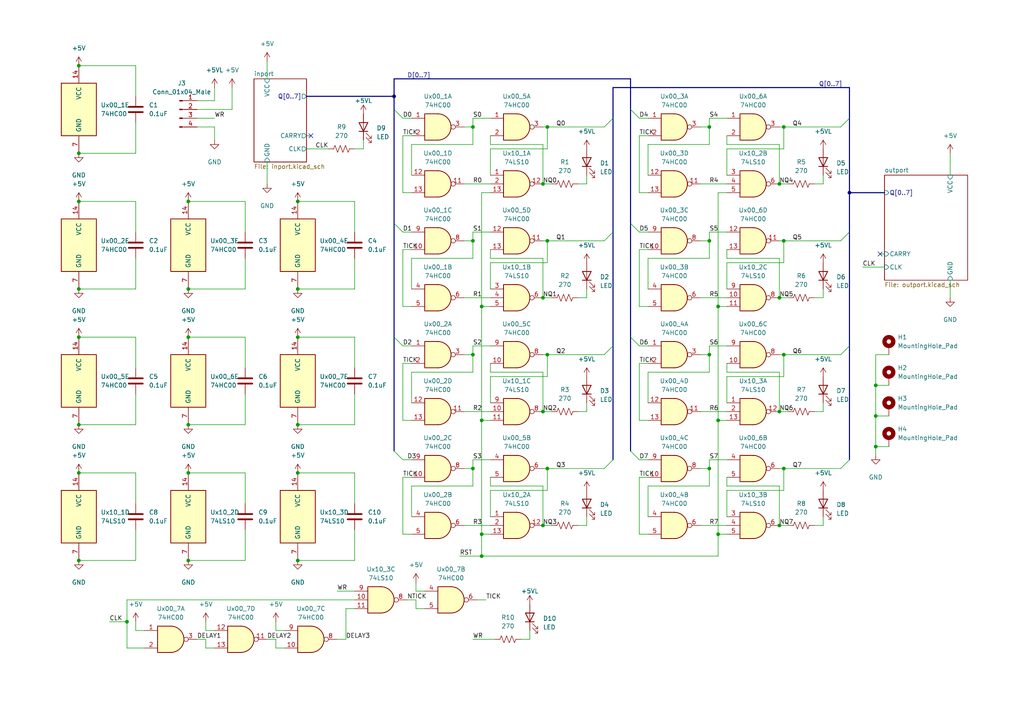
<source format=kicad_sch>
(kicad_sch (version 20230121) (generator eeschema)
  (paper "A4")
  (junction (at 227.33 69.85))
  (junction (at 208.28 154.94))
  (junction (at 137.16 69.85))
  (junction (at 208.28 88.9))
  (junction (at 137.16 102.87))
  (junction (at 205.74 69.85))
  (junction (at 205.74 135.89))
  (junction (at 54.61 97.79))
  (junction (at 86.36 58.42))
  (junction (at 226.06 53.34))
  (junction (at 54.61 137.16))
  (junction (at 158.75 135.89))
  (junction (at 227.33 135.89))
  (junction (at 139.7 161.29))
  (junction (at 86.36 97.79))
  (junction (at 158.75 102.87))
  (junction (at 226.06 86.36))
  (junction (at 54.61 83.82))
  (junction (at 22.86 19.05))
  (junction (at 205.74 36.83))
  (junction (at 157.48 53.34))
  (junction (at 139.7 154.94))
  (junction (at 22.86 83.82))
  (junction (at 114.3 27.94))
  (junction (at 86.36 123.19))
  (junction (at 254 120.65))
  (junction (at 22.86 44.45))
  (junction (at 137.16 36.83))
  (junction (at 226.06 152.4))
  (junction (at 86.36 162.56))
  (junction (at 86.36 137.16))
  (junction (at 139.7 88.9))
  (junction (at 227.33 36.83))
  (junction (at 54.61 162.56))
  (junction (at 246.38 55.88))
  (junction (at 157.48 152.4))
  (junction (at 157.48 119.38))
  (junction (at 22.86 97.79))
  (junction (at 22.86 137.16))
  (junction (at 254 111.76))
  (junction (at 157.48 86.36))
  (junction (at 158.75 69.85))
  (junction (at 86.36 83.82))
  (junction (at 158.75 36.83))
  (junction (at 54.61 123.19))
  (junction (at 54.61 58.42))
  (junction (at 254 129.54))
  (junction (at 22.86 123.19))
  (junction (at 36.83 180.34))
  (junction (at 227.33 102.87))
  (junction (at 139.7 121.92))
  (junction (at 226.06 119.38))
  (junction (at 22.86 58.42))
  (junction (at 208.28 121.92))
  (junction (at 205.74 102.87))
  (junction (at 137.16 135.89))
  (junction (at 22.86 162.56))
  (no_connect (at 255.27 73.66))
  (no_connect (at 90.17 39.37))
  (bus_entry (at 243.84 102.87) (size 2.54 -2.54))
  (bus_entry (at 243.84 135.89) (size 2.54 -2.54))
  (bus_entry (at 175.26 102.87) (size 2.54 -2.54))
  (bus_entry (at 175.26 36.83) (size 2.54 -2.54))
  (bus_entry (at 175.26 69.85) (size 2.54 -2.54))
  (bus_entry (at 116.84 34.29) (size -2.54 -2.54))
  (bus_entry (at 116.84 67.31) (size -2.54 -2.54))
  (bus_entry (at 116.84 133.35) (size -2.54 -2.54))
  (bus_entry (at 116.84 100.33) (size -2.54 -2.54))
  (bus_entry (at 175.26 135.89) (size 2.54 -2.54))
  (bus_entry (at 243.84 36.83) (size 2.54 -2.54))
  (bus_entry (at 185.42 133.35) (size -2.54 -2.54))
  (bus_entry (at 185.42 67.31) (size -2.54 -2.54))
  (bus_entry (at 185.42 34.29) (size -2.54 -2.54))
  (bus_entry (at 243.84 69.85) (size 2.54 -2.54))
  (bus_entry (at 185.42 100.33) (size -2.54 -2.54))
  (wire (pts (xy 238.76 53.34) (xy 236.22 53.34)))
  (wire (pts (xy 210.82 67.31) (xy 205.74 67.31)))
  (wire (pts (xy 62.23 25.4) (xy 62.23 29.21)))
  (wire (pts (xy 205.74 41.91) (xy 205.74 36.83)))
  (bus (pts (xy 246.38 55.88) (xy 256.54 55.88)))
  (wire (pts (xy 22.86 97.79) (xy 39.37 97.79)))
  (wire (pts (xy 142.24 107.95) (xy 157.48 107.95)))
  (wire (pts (xy 175.26 135.89) (xy 158.75 135.89)))
  (bus (pts (xy 246.38 34.29) (xy 246.38 55.88)))
  (wire (pts (xy 134.62 119.38) (xy 142.24 119.38)))
  (wire (pts (xy 116.84 138.43) (xy 119.38 138.43)))
  (wire (pts (xy 254 129.54) (xy 254 132.08)))
  (wire (pts (xy 80.01 182.88) (xy 80.01 180.34)))
  (wire (pts (xy 243.84 36.83) (xy 227.33 36.83)))
  (wire (pts (xy 210.82 83.82) (xy 210.82 76.2)))
  (wire (pts (xy 142.24 67.31) (xy 137.16 67.31)))
  (wire (pts (xy 142.24 133.35) (xy 137.16 133.35)))
  (wire (pts (xy 208.28 121.92) (xy 210.82 121.92)))
  (wire (pts (xy 102.87 58.42) (xy 102.87 67.31)))
  (wire (pts (xy 86.36 58.42) (xy 102.87 58.42)))
  (wire (pts (xy 187.96 116.84) (xy 187.96 107.95)))
  (wire (pts (xy 139.7 121.92) (xy 139.7 154.94)))
  (wire (pts (xy 137.16 41.91) (xy 137.16 36.83)))
  (wire (pts (xy 77.47 17.78) (xy 77.47 22.86)))
  (wire (pts (xy 39.37 123.19) (xy 39.37 114.3)))
  (wire (pts (xy 54.61 162.56) (xy 71.12 162.56)))
  (bus (pts (xy 182.88 31.75) (xy 182.88 64.77)))
  (wire (pts (xy 208.28 154.94) (xy 208.28 121.92)))
  (wire (pts (xy 158.75 36.83) (xy 158.75 43.18)))
  (wire (pts (xy 138.43 173.99) (xy 140.97 173.99)))
  (wire (pts (xy 170.18 83.82) (xy 170.18 86.36)))
  (wire (pts (xy 54.61 123.19) (xy 71.12 123.19)))
  (wire (pts (xy 102.87 83.82) (xy 102.87 74.93)))
  (wire (pts (xy 22.86 19.05) (xy 39.37 19.05)))
  (wire (pts (xy 238.76 149.86) (xy 238.76 152.4)))
  (wire (pts (xy 116.84 67.31) (xy 119.38 67.31)))
  (wire (pts (xy 187.96 149.86) (xy 187.96 140.97)))
  (wire (pts (xy 205.74 107.95) (xy 205.74 102.87)))
  (bus (pts (xy 177.8 34.29) (xy 177.8 25.4)))
  (bus (pts (xy 246.38 67.31) (xy 246.38 100.33)))
  (wire (pts (xy 227.33 135.89) (xy 226.06 135.89)))
  (bus (pts (xy 177.8 67.31) (xy 177.8 100.33)))
  (wire (pts (xy 157.48 152.4) (xy 160.02 152.4)))
  (wire (pts (xy 105.41 40.64) (xy 105.41 43.18)))
  (wire (pts (xy 71.12 83.82) (xy 71.12 74.93)))
  (wire (pts (xy 226.06 74.93) (xy 210.82 74.93)))
  (wire (pts (xy 157.48 140.97) (xy 142.24 140.97)))
  (wire (pts (xy 170.18 50.8) (xy 170.18 53.34)))
  (wire (pts (xy 210.82 149.86) (xy 210.82 142.24)))
  (wire (pts (xy 39.37 137.16) (xy 39.37 146.05)))
  (wire (pts (xy 210.82 41.91) (xy 210.82 39.37)))
  (wire (pts (xy 275.59 81.28) (xy 275.59 86.36)))
  (wire (pts (xy 158.75 135.89) (xy 158.75 142.24)))
  (wire (pts (xy 254 129.54) (xy 257.81 129.54)))
  (wire (pts (xy 158.75 135.89) (xy 157.48 135.89)))
  (wire (pts (xy 203.2 152.4) (xy 210.82 152.4)))
  (wire (pts (xy 205.74 67.31) (xy 205.74 69.85)))
  (wire (pts (xy 116.84 121.92) (xy 116.84 105.41)))
  (wire (pts (xy 116.84 55.88) (xy 116.84 39.37)))
  (wire (pts (xy 226.06 41.91) (xy 226.06 53.34)))
  (wire (pts (xy 134.62 86.36) (xy 142.24 86.36)))
  (wire (pts (xy 143.51 185.42) (xy 137.16 185.42)))
  (wire (pts (xy 39.37 162.56) (xy 39.37 153.67)))
  (wire (pts (xy 185.42 121.92) (xy 185.42 105.41)))
  (wire (pts (xy 226.06 107.95) (xy 226.06 119.38)))
  (wire (pts (xy 120.65 176.53) (xy 123.19 176.53)))
  (wire (pts (xy 22.86 83.82) (xy 39.37 83.82)))
  (wire (pts (xy 123.19 171.45) (xy 120.65 171.45)))
  (wire (pts (xy 187.96 88.9) (xy 185.42 88.9)))
  (wire (pts (xy 71.12 162.56) (xy 71.12 153.67)))
  (wire (pts (xy 142.24 74.93) (xy 142.24 72.39)))
  (wire (pts (xy 226.06 152.4) (xy 228.6 152.4)))
  (wire (pts (xy 275.59 44.45) (xy 275.59 50.8)))
  (wire (pts (xy 208.28 88.9) (xy 208.28 121.92)))
  (wire (pts (xy 90.17 39.37) (xy 88.9 39.37)))
  (wire (pts (xy 205.74 140.97) (xy 205.74 135.89)))
  (wire (pts (xy 226.06 140.97) (xy 210.82 140.97)))
  (wire (pts (xy 210.82 107.95) (xy 226.06 107.95)))
  (wire (pts (xy 254 111.76) (xy 254 120.65)))
  (wire (pts (xy 157.48 86.36) (xy 160.02 86.36)))
  (wire (pts (xy 142.24 142.24) (xy 158.75 142.24)))
  (wire (pts (xy 185.42 55.88) (xy 185.42 39.37)))
  (wire (pts (xy 257.81 102.87) (xy 254 102.87)))
  (wire (pts (xy 175.26 36.83) (xy 158.75 36.83)))
  (wire (pts (xy 22.86 137.16) (xy 39.37 137.16)))
  (wire (pts (xy 119.38 107.95) (xy 137.16 107.95)))
  (wire (pts (xy 116.84 72.39) (xy 119.38 72.39)))
  (wire (pts (xy 210.82 142.24) (xy 227.33 142.24)))
  (wire (pts (xy 187.96 107.95) (xy 205.74 107.95)))
  (wire (pts (xy 185.42 100.33) (xy 187.96 100.33)))
  (wire (pts (xy 59.69 185.42) (xy 57.15 185.42)))
  (wire (pts (xy 157.48 107.95) (xy 157.48 119.38)))
  (wire (pts (xy 210.82 88.9) (xy 208.28 88.9)))
  (wire (pts (xy 116.84 133.35) (xy 119.38 133.35)))
  (wire (pts (xy 134.62 53.34) (xy 142.24 53.34)))
  (wire (pts (xy 157.48 41.91) (xy 157.48 53.34)))
  (bus (pts (xy 177.8 25.4) (xy 246.38 25.4)))
  (wire (pts (xy 254 120.65) (xy 257.81 120.65)))
  (wire (pts (xy 71.12 123.19) (xy 71.12 114.3)))
  (wire (pts (xy 137.16 107.95) (xy 137.16 102.87)))
  (wire (pts (xy 185.42 67.31) (xy 187.96 67.31)))
  (wire (pts (xy 203.2 69.85) (xy 205.74 69.85)))
  (wire (pts (xy 157.48 152.4) (xy 157.48 140.97)))
  (wire (pts (xy 142.24 76.2) (xy 158.75 76.2)))
  (wire (pts (xy 226.06 119.38) (xy 228.6 119.38)))
  (wire (pts (xy 210.82 74.93) (xy 210.82 72.39)))
  (wire (pts (xy 157.48 74.93) (xy 142.24 74.93)))
  (wire (pts (xy 82.55 187.96) (xy 80.01 187.96)))
  (wire (pts (xy 119.38 88.9) (xy 116.84 88.9)))
  (wire (pts (xy 205.74 100.33) (xy 210.82 100.33)))
  (bus (pts (xy 182.88 22.86) (xy 114.3 22.86)))
  (wire (pts (xy 187.96 74.93) (xy 205.74 74.93)))
  (wire (pts (xy 158.75 102.87) (xy 158.75 109.22)))
  (wire (pts (xy 118.11 173.99) (xy 120.65 173.99)))
  (wire (pts (xy 102.87 162.56) (xy 102.87 153.67)))
  (wire (pts (xy 170.18 86.36) (xy 167.64 86.36)))
  (wire (pts (xy 139.7 154.94) (xy 139.7 161.29)))
  (wire (pts (xy 97.79 185.42) (xy 100.33 185.42)))
  (wire (pts (xy 86.36 137.16) (xy 102.87 137.16)))
  (bus (pts (xy 114.3 97.79) (xy 114.3 130.81)))
  (wire (pts (xy 134.62 152.4) (xy 142.24 152.4)))
  (wire (pts (xy 39.37 83.82) (xy 39.37 74.93)))
  (wire (pts (xy 187.96 55.88) (xy 185.42 55.88)))
  (wire (pts (xy 250.19 77.47) (xy 256.54 77.47)))
  (wire (pts (xy 41.91 182.88) (xy 39.37 182.88)))
  (wire (pts (xy 59.69 187.96) (xy 59.69 185.42)))
  (wire (pts (xy 139.7 161.29) (xy 208.28 161.29)))
  (wire (pts (xy 185.42 105.41) (xy 187.96 105.41)))
  (wire (pts (xy 205.74 74.93) (xy 205.74 69.85)))
  (wire (pts (xy 54.61 97.79) (xy 71.12 97.79)))
  (wire (pts (xy 142.24 140.97) (xy 142.24 138.43)))
  (wire (pts (xy 57.15 34.29) (xy 62.23 34.29)))
  (wire (pts (xy 208.28 55.88) (xy 210.82 55.88)))
  (wire (pts (xy 116.84 88.9) (xy 116.84 72.39)))
  (wire (pts (xy 142.24 107.95) (xy 142.24 105.41)))
  (wire (pts (xy 80.01 187.96) (xy 80.01 185.42)))
  (wire (pts (xy 134.62 135.89) (xy 137.16 135.89)))
  (wire (pts (xy 137.16 100.33) (xy 142.24 100.33)))
  (wire (pts (xy 203.2 119.38) (xy 210.82 119.38)))
  (wire (pts (xy 157.48 53.34) (xy 160.02 53.34)))
  (wire (pts (xy 137.16 102.87) (xy 137.16 100.33)))
  (wire (pts (xy 210.82 140.97) (xy 210.82 138.43)))
  (bus (pts (xy 182.88 31.75) (xy 182.88 22.86)))
  (wire (pts (xy 39.37 97.79) (xy 39.37 106.68)))
  (bus (pts (xy 246.38 133.35) (xy 246.38 100.33)))
  (wire (pts (xy 238.76 116.84) (xy 238.76 119.38)))
  (wire (pts (xy 203.2 53.34) (xy 210.82 53.34)))
  (wire (pts (xy 36.83 180.34) (xy 36.83 187.96)))
  (wire (pts (xy 185.42 39.37) (xy 187.96 39.37)))
  (bus (pts (xy 114.3 22.86) (xy 114.3 27.94)))
  (wire (pts (xy 208.28 161.29) (xy 208.28 154.94)))
  (bus (pts (xy 114.3 31.75) (xy 114.3 64.77)))
  (wire (pts (xy 102.87 137.16) (xy 102.87 146.05)))
  (wire (pts (xy 82.55 182.88) (xy 80.01 182.88)))
  (wire (pts (xy 170.18 152.4) (xy 167.64 152.4)))
  (wire (pts (xy 22.86 162.56) (xy 39.37 162.56)))
  (wire (pts (xy 226.06 53.34) (xy 228.6 53.34)))
  (wire (pts (xy 139.7 55.88) (xy 142.24 55.88)))
  (wire (pts (xy 255.27 73.66) (xy 256.54 73.66)))
  (wire (pts (xy 62.23 36.83) (xy 62.23 40.64)))
  (wire (pts (xy 227.33 36.83) (xy 226.06 36.83)))
  (wire (pts (xy 187.96 50.8) (xy 187.96 41.91)))
  (wire (pts (xy 86.36 162.56) (xy 102.87 162.56)))
  (wire (pts (xy 36.83 173.99) (xy 102.87 173.99)))
  (wire (pts (xy 238.76 119.38) (xy 236.22 119.38)))
  (wire (pts (xy 142.24 109.22) (xy 142.24 116.84)))
  (wire (pts (xy 22.86 58.42) (xy 39.37 58.42)))
  (wire (pts (xy 210.82 109.22) (xy 210.82 116.84)))
  (wire (pts (xy 157.48 86.36) (xy 157.48 74.93)))
  (wire (pts (xy 116.84 154.94) (xy 116.84 138.43)))
  (wire (pts (xy 185.42 138.43) (xy 187.96 138.43)))
  (wire (pts (xy 39.37 182.88) (xy 39.37 180.34)))
  (wire (pts (xy 54.61 83.82) (xy 71.12 83.82)))
  (wire (pts (xy 119.38 116.84) (xy 119.38 107.95)))
  (wire (pts (xy 137.16 67.31) (xy 137.16 69.85)))
  (wire (pts (xy 175.26 102.87) (xy 158.75 102.87)))
  (wire (pts (xy 134.62 102.87) (xy 137.16 102.87)))
  (wire (pts (xy 139.7 88.9) (xy 139.7 55.88)))
  (wire (pts (xy 105.41 43.18) (xy 102.87 43.18)))
  (wire (pts (xy 243.84 135.89) (xy 227.33 135.89)))
  (wire (pts (xy 119.38 74.93) (xy 137.16 74.93)))
  (wire (pts (xy 116.84 100.33) (xy 119.38 100.33)))
  (wire (pts (xy 153.67 182.88) (xy 153.67 185.42)))
  (wire (pts (xy 185.42 72.39) (xy 187.96 72.39)))
  (wire (pts (xy 86.36 123.19) (xy 102.87 123.19)))
  (bus (pts (xy 246.38 55.88) (xy 246.38 67.31)))
  (wire (pts (xy 227.33 69.85) (xy 227.33 76.2)))
  (bus (pts (xy 177.8 133.35) (xy 177.8 100.33)))
  (wire (pts (xy 57.15 31.75) (xy 67.31 31.75)))
  (wire (pts (xy 187.96 83.82) (xy 187.96 74.93)))
  (wire (pts (xy 185.42 154.94) (xy 185.42 138.43)))
  (bus (pts (xy 114.3 64.77) (xy 114.3 97.79)))
  (wire (pts (xy 210.82 76.2) (xy 227.33 76.2)))
  (wire (pts (xy 119.38 83.82) (xy 119.38 74.93)))
  (wire (pts (xy 205.74 133.35) (xy 205.74 135.89)))
  (wire (pts (xy 205.74 34.29) (xy 210.82 34.29)))
  (bus (pts (xy 246.38 25.4) (xy 246.38 34.29)))
  (wire (pts (xy 158.75 69.85) (xy 175.26 69.85)))
  (wire (pts (xy 210.82 43.18) (xy 227.33 43.18)))
  (wire (pts (xy 95.25 43.18) (xy 88.9 43.18)))
  (wire (pts (xy 67.31 25.4) (xy 67.31 31.75)))
  (wire (pts (xy 119.38 149.86) (xy 119.38 140.97)))
  (wire (pts (xy 142.24 41.91) (xy 142.24 39.37)))
  (wire (pts (xy 120.65 173.99) (xy 120.65 176.53)))
  (wire (pts (xy 116.84 105.41) (xy 119.38 105.41)))
  (wire (pts (xy 62.23 182.88) (xy 59.69 182.88)))
  (bus (pts (xy 114.3 27.94) (xy 114.3 31.75)))
  (wire (pts (xy 187.96 154.94) (xy 185.42 154.94)))
  (wire (pts (xy 208.28 88.9) (xy 208.28 55.88)))
  (wire (pts (xy 39.37 19.05) (xy 39.37 27.94)))
  (wire (pts (xy 157.48 119.38) (xy 160.02 119.38)))
  (bus (pts (xy 88.9 27.94) (xy 114.3 27.94)))
  (wire (pts (xy 100.33 185.42) (xy 100.33 176.53)))
  (wire (pts (xy 142.24 154.94) (xy 139.7 154.94)))
  (wire (pts (xy 22.86 123.19) (xy 39.37 123.19)))
  (wire (pts (xy 36.83 173.99) (xy 36.83 180.34)))
  (wire (pts (xy 77.47 53.34) (xy 77.47 46.99)))
  (wire (pts (xy 100.33 176.53) (xy 102.87 176.53)))
  (wire (pts (xy 158.75 36.83) (xy 157.48 36.83)))
  (wire (pts (xy 137.16 34.29) (xy 142.24 34.29)))
  (wire (pts (xy 205.74 102.87) (xy 205.74 100.33)))
  (wire (pts (xy 210.82 154.94) (xy 208.28 154.94)))
  (wire (pts (xy 254 102.87) (xy 254 111.76)))
  (wire (pts (xy 210.82 107.95) (xy 210.82 105.41)))
  (wire (pts (xy 137.16 140.97) (xy 137.16 135.89)))
  (wire (pts (xy 71.12 137.16) (xy 71.12 146.05)))
  (wire (pts (xy 120.65 171.45) (xy 120.65 168.91)))
  (wire (pts (xy 226.06 86.36) (xy 228.6 86.36)))
  (wire (pts (xy 39.37 58.42) (xy 39.37 67.31)))
  (wire (pts (xy 254 111.76) (xy 257.81 111.76)))
  (wire (pts (xy 170.18 53.34) (xy 167.64 53.34)))
  (wire (pts (xy 57.15 29.21) (xy 62.23 29.21)))
  (wire (pts (xy 134.62 69.85) (xy 137.16 69.85)))
  (bus (pts (xy 182.88 64.77) (xy 182.88 97.79)))
  (wire (pts (xy 142.24 109.22) (xy 158.75 109.22)))
  (wire (pts (xy 142.24 43.18) (xy 142.24 50.8)))
  (wire (pts (xy 71.12 97.79) (xy 71.12 106.68)))
  (wire (pts (xy 238.76 86.36) (xy 236.22 86.36)))
  (wire (pts (xy 185.42 34.29) (xy 187.96 34.29)))
  (wire (pts (xy 142.24 41.91) (xy 157.48 41.91)))
  (wire (pts (xy 227.33 135.89) (xy 227.33 142.24)))
  (wire (pts (xy 137.16 133.35) (xy 137.16 135.89)))
  (wire (pts (xy 158.75 102.87) (xy 157.48 102.87)))
  (wire (pts (xy 62.23 187.96) (xy 59.69 187.96)))
  (wire (pts (xy 142.24 88.9) (xy 139.7 88.9)))
  (wire (pts (xy 170.18 116.84) (xy 170.18 119.38)))
  (wire (pts (xy 238.76 152.4) (xy 236.22 152.4)))
  (wire (pts (xy 119.38 50.8) (xy 119.38 41.91)))
  (bus (pts (xy 182.88 97.79) (xy 182.88 130.81)))
  (wire (pts (xy 185.42 133.35) (xy 187.96 133.35)))
  (wire (pts (xy 119.38 140.97) (xy 137.16 140.97)))
  (wire (pts (xy 137.16 74.93) (xy 137.16 69.85)))
  (wire (pts (xy 116.84 34.29) (xy 119.38 34.29)))
  (wire (pts (xy 86.36 83.82) (xy 102.87 83.82)))
  (wire (pts (xy 203.2 135.89) (xy 205.74 135.89)))
  (wire (pts (xy 102.87 97.79) (xy 102.87 106.68)))
  (wire (pts (xy 119.38 55.88) (xy 116.84 55.88)))
  (wire (pts (xy 185.42 88.9) (xy 185.42 72.39)))
  (wire (pts (xy 238.76 50.8) (xy 238.76 53.34)))
  (wire (pts (xy 133.35 161.29) (xy 139.7 161.29)))
  (wire (pts (xy 36.83 187.96) (xy 41.91 187.96)))
  (wire (pts (xy 227.33 102.87) (xy 227.33 109.22)))
  (wire (pts (xy 119.38 41.91) (xy 137.16 41.91)))
  (wire (pts (xy 142.24 43.18) (xy 158.75 43.18)))
  (wire (pts (xy 227.33 36.83) (xy 227.33 43.18)))
  (wire (pts (xy 22.86 44.45) (xy 39.37 44.45)))
  (wire (pts (xy 170.18 149.86) (xy 170.18 152.4)))
  (wire (pts (xy 86.36 97.79) (xy 102.87 97.79)))
  (wire (pts (xy 142.24 83.82) (xy 142.24 76.2)))
  (bus (pts (xy 177.8 34.29) (xy 177.8 67.31)))
  (wire (pts (xy 71.12 58.42) (xy 71.12 67.31)))
  (wire (pts (xy 254 120.65) (xy 254 129.54)))
  (wire (pts (xy 97.79 171.45) (xy 102.87 171.45)))
  (wire (pts (xy 39.37 44.45) (xy 39.37 35.56)))
  (wire (pts (xy 187.96 41.91) (xy 205.74 41.91)))
  (wire (pts (xy 157.48 69.85) (xy 158.75 69.85)))
  (wire (pts (xy 238.76 83.82) (xy 238.76 86.36)))
  (wire (pts (xy 142.24 149.86) (xy 142.24 142.24)))
  (wire (pts (xy 134.62 36.83) (xy 137.16 36.83)))
  (wire (pts (xy 102.87 123.19) (xy 102.87 114.3)))
  (wire (pts (xy 139.7 121.92) (xy 142.24 121.92)))
  (wire (pts (xy 226.06 152.4) (xy 226.06 140.97)))
  (wire (pts (xy 119.38 121.92) (xy 116.84 121.92)))
  (wire (pts (xy 153.67 185.42) (xy 151.13 185.42)))
  (wire (pts (xy 119.38 154.94) (xy 116.84 154.94)))
  (wire (pts (xy 203.2 86.36) (xy 210.82 86.36)))
  (wire (pts (xy 59.69 182.88) (xy 59.69 180.34)))
  (wire (pts (xy 187.96 140.97) (xy 205.74 140.97)))
  (wire (pts (xy 210.82 43.18) (xy 210.82 50.8)))
  (wire (pts (xy 227.33 69.85) (xy 226.06 69.85)))
  (wire (pts (xy 203.2 102.87) (xy 205.74 102.87)))
  (wire (pts (xy 54.61 137.16) (xy 71.12 137.16)))
  (wire (pts (xy 210.82 109.22) (xy 227.33 109.22)))
  (wire (pts (xy 54.61 58.42) (xy 71.12 58.42)))
  (wire (pts (xy 210.82 133.35) (xy 205.74 133.35)))
  (wire (pts (xy 139.7 88.9) (xy 139.7 121.92)))
  (wire (pts (xy 205.74 36.83) (xy 205.74 34.29)))
  (wire (pts (xy 137.16 36.83) (xy 137.16 34.29)))
  (wire (pts (xy 227.33 102.87) (xy 226.06 102.87)))
  (wire (pts (xy 243.84 69.85) (xy 227.33 69.85)))
  (wire (pts (xy 187.96 121.92) (xy 185.42 121.92)))
  (wire (pts (xy 226.06 86.36) (xy 226.06 74.93)))
  (wire (pts (xy 80.01 185.42) (xy 77.47 185.42)))
  (wire (pts (xy 31.75 180.34) (xy 36.83 180.34)))
  (wire (pts (xy 203.2 36.83) (xy 205.74 36.83)))
  (wire (pts (xy 243.84 102.87) (xy 227.33 102.87)))
  (wire (pts (xy 57.15 36.83) (xy 62.23 36.83)))
  (wire (pts (xy 116.84 39.37) (xy 119.38 39.37)))
  (wire (pts (xy 170.18 119.38) (xy 167.64 119.38)))
  (wire (pts (xy 158.75 69.85) (xy 158.75 76.2)))
  (wire (pts (xy 210.82 41.91) (xy 226.06 41.91)))
  (label "RST" (at 133.35 161.29 0))
  (label "R6" (at 205.74 119.38 0))
  (label "WR" (at 62.23 34.29 0))
  (label "D7" (at 185.42 133.35 0))
  (label "Q1" (at 161.29 69.85 0))
  (label "NQ2" (at 157.48 119.38 0))
  (label "D[0..7]" (at 118.11 22.86 0))
  (label "D5" (at 185.42 67.31 0))
  (label "R2" (at 137.16 119.38 0))
  (label "D2" (at 116.84 100.33 0))
  (label "Q5" (at 229.87 69.85 0))
  (label "DELAY1" (at 57.15 185.42 0))
  (label "S0" (at 137.16 34.29 0))
  (label "D3" (at 118.11 133.35 0))
  (label "NQ7" (at 226.06 152.4 0))
  (label "S3" (at 137.16 133.35 0))
  (label "S5" (at 205.74 67.31 0))
  (label "S4" (at 205.74 34.29 0))
  (label "DELAY3" (at 100.33 185.42 0))
  (label "TICK" (at 116.84 138.43 0))
  (label "S6" (at 205.74 100.33 0))
  (label "CLK" (at 31.75 180.34 0))
  (label "Q6" (at 229.87 102.87 0))
  (label "D1" (at 116.84 67.31 0))
  (label "S7" (at 205.74 133.35 0))
  (label "R5" (at 205.74 86.36 0))
  (label "R1" (at 137.16 86.36 0))
  (label "NQ4" (at 226.06 53.34 0))
  (label "WR" (at 137.16 185.42 0))
  (label "R3" (at 137.16 152.4 0))
  (label "Q3" (at 161.29 135.89 0))
  (label "TICK" (at 185.42 72.39 0))
  (label "D4" (at 185.42 34.29 0))
  (label "Q4" (at 229.87 36.83 0))
  (label "Q0" (at 161.29 36.83 0))
  (label "TICK" (at 185.42 105.41 0))
  (label "DELAY2" (at 77.47 185.42 0))
  (label "TICK" (at 116.84 72.39 0))
  (label "WR" (at 97.79 171.45 0))
  (label "TICK" (at 185.42 39.37 0))
  (label "D0" (at 116.84 34.29 0))
  (label "NQ5" (at 226.06 86.36 0))
  (label "CLK" (at 250.19 77.47 0))
  (label "NQ3" (at 157.48 152.4 0))
  (label "NQ6" (at 226.06 119.38 0))
  (label "R0" (at 137.16 53.34 0))
  (label "R4" (at 205.74 53.34 0))
  (label "CLK" (at 95.25 43.18 180))
  (label "TICK" (at 116.84 105.41 0))
  (label "TICK" (at 185.42 138.43 0))
  (label "S2" (at 137.16 100.33 0))
  (label "S1" (at 137.16 67.31 0))
  (label "R7" (at 205.74 152.4 0))
  (label "NQ1" (at 157.48 86.36 0))
  (label "TICK" (at 140.97 173.99 0))
  (label "Q[0..7]" (at 237.49 25.4 0))
  (label "NTICK" (at 118.11 173.99 0))
  (label "Q2" (at 161.29 102.87 0))
  (label "D6" (at 185.42 100.33 0))
  (label "NQ0" (at 157.48 53.34 0))
  (label "TICK" (at 116.84 39.37 0))
  (label "Q7" (at 229.87 135.89 0))
  (symbol (lib_id "power:GND") (at 22.86 44.45 0) (unit 1)
    (property "Reference" "#PWR014" (effects hide))
    (property "Value" "GND" (at 22.86 50.8 0))
  )
  (symbol (lib_id "Device:LED") (at 153.67 179.07 90) (unit 1)
    (property "Reference" "D10" (at 157.48 179.3874 90) (effects (justify right)))
    (property "Value" "LED" (at 157.48 181.9274 90) (effects (justify right)))
    (property "Footprint" "LED_THT:LED_D5.0mm" (effects hide))
  )
  (symbol (lib_id "74xx:74HC00") (at 149.86 36.83 0) (unit 1)
    (property "Reference" "Ux00_5" (at 149.86 27.94 0))
    (property "Value" "74HC00" (at 149.86 30.48 0))
    (property "Footprint" "Package_DIP:DIP-14_W7.62mm_Socket" (effects hide))
    (property "Datasheet" "http://www.ti.com/lit/gpn/sn74hc00" (effects hide))
  )
  (symbol (lib_id "Device:LED") (at 170.18 146.05 90) (unit 1)
    (property "Reference" "D4" (at 173.99 146.3674 90) (effects (justify right)))
    (property "Value" "LED" (at 173.99 148.9074 90) (effects (justify right)))
    (property "Footprint" "LED_THT:LED_D5.0mm" (effects hide))
  )
  (symbol (lib_id "power:GND") (at 275.59 86.36 0) (unit 1)
    (property "Reference" "#PWR037" (effects hide))
    (property "Value" "GND" (at 275.59 92.71 0))
  )
  (symbol (lib_id "74xx:74HC00") (at 69.85 185.42 0) (unit 4)
    (property "Reference" "Ux00_7" (at 69.85 176.53 0))
    (property "Value" "74HC00" (at 69.85 179.07 0))
    (property "Footprint" "Package_DIP:DIP-14_W7.62mm_Socket" (effects hide))
    (property "Datasheet" "http://www.ti.com/lit/gpn/sn74hc00" (effects hide))
  )
  (symbol (lib_id "74xx:74LS10") (at 149.86 119.38 0) (unit 3)
    (property "Reference" "Ux10_1" (at 149.86 110.49 0))
    (property "Value" "74LS10" (at 149.86 113.03 0))
    (property "Footprint" "Package_DIP:DIP-14_W7.62mm_Socket" (effects hide))
    (property "Datasheet" "http://www.ti.com/lit/gpn/sn74LS10" (effects hide))
  )
  (symbol (lib_id "Device:C") (at 71.12 110.49 0) (unit 1)
    (property "Reference" "C6" (at 74.93 109.2199 0) (effects (justify left)))
    (property "Value" "0.1uF" (at 74.93 111.7599 0) (effects (justify left)))
    (property "Footprint" "Capacitor_THT:C_Disc_D4.3mm_W1.9mm_P5.00mm" (effects hide))
  )
  (symbol (lib_id "power:GND") (at 54.61 162.56 0) (unit 1)
    (property "Reference" "#PWR026" (effects hide))
    (property "Value" "GND" (at 54.61 168.91 0))
  )
  (symbol (lib_id "power:+5V") (at 86.36 97.79 0) (unit 1)
    (property "Reference" "#PWR031" (effects hide))
    (property "Value" "+5V" (at 86.36 92.71 0))
  )
  (symbol (lib_id "power:GND") (at 62.23 40.64 0) (unit 1)
    (property "Reference" "#PWR0101" (effects hide))
    (property "Value" "GND" (at 62.23 46.99 0))
  )
  (symbol (lib_id "Device:R_US") (at 147.32 185.42 90) (unit 1)
    (property "Reference" "R10" (at 147.32 179.07 90))
    (property "Value" "270" (at 147.32 181.61 90))
    (property "Footprint" "Resistor_THT:R_Axial_DIN0207_L6.3mm_D2.5mm_P7.62mm_Horizontal" (effects hide))
  )
  (symbol (lib_id "Device:R_US") (at 232.41 119.38 90) (unit 1)
    (property "Reference" "R7" (at 232.41 113.03 90))
    (property "Value" "270" (at 232.41 115.57 90))
    (property "Footprint" "Resistor_THT:R_Axial_DIN0207_L6.3mm_D2.5mm_P7.62mm_Horizontal" (effects hide))
  )
  (symbol (lib_id "Mechanical:MountingHole_Pad") (at 257.81 127 0) (unit 1)
    (property "Reference" "H4" (at 260.35 124.4599 0) (effects (justify left)))
    (property "Value" "MountingHole_Pad" (at 260.35 126.9999 0) (effects (justify left)))
    (property "Footprint" "MountingHole:MountingHole_3.2mm_M3_Pad_Via" (effects hide))
  )
  (symbol (lib_id "Mechanical:MountingHole_Pad") (at 257.81 100.33 0) (unit 1)
    (property "Reference" "H1" (at 260.35 97.7899 0) (effects (justify left)))
    (property "Value" "MountingHole_Pad" (at 260.35 100.3299 0) (effects (justify left)))
    (property "Footprint" "MountingHole:MountingHole_3.2mm_M3_Pad_Via" (effects hide))
  )
  (symbol (lib_id "Device:R_US") (at 163.83 53.34 90) (unit 1)
    (property "Reference" "R1" (at 163.83 46.99 90))
    (property "Value" "270" (at 163.83 49.53 90))
    (property "Footprint" "Resistor_THT:R_Axial_DIN0207_L6.3mm_D2.5mm_P7.62mm_Horizontal" (effects hide))
  )
  (symbol (lib_id "74xx:74HC00") (at 22.86 31.75 0) (unit 5)
    (property "Reference" "Ux00_1" (at 29.21 30.4799 0) (effects (justify left)))
    (property "Value" "74HC00" (at 29.21 33.0199 0) (effects (justify left)))
    (property "Footprint" "Package_DIP:DIP-14_W7.62mm_Socket" (effects hide))
    (property "Datasheet" "http://www.ti.com/lit/gpn/sn74hc00" (effects hide))
  )
  (symbol (lib_id "power:+5VL") (at 238.76 142.24 0) (unit 1)
    (property "Reference" "#PWR012" (effects hide))
    (property "Value" "+5VL" (at 238.76 137.16 0))
  )
  (symbol (lib_id "74xx:74HC00") (at 127 119.38 0) (unit 4)
    (property "Reference" "Ux00_2" (at 127 110.49 0))
    (property "Value" "74HC00" (at 127 113.03 0))
    (property "Footprint" "Package_DIP:DIP-14_W7.62mm_Socket" (effects hide))
    (property "Datasheet" "http://www.ti.com/lit/gpn/sn74hc00" (effects hide))
  )
  (symbol (lib_id "power:+5V") (at 86.36 137.16 0) (unit 1)
    (property "Reference" "#PWR033" (effects hide))
    (property "Value" "+5V" (at 86.36 132.08 0))
  )
  (symbol (lib_id "Device:LED") (at 170.18 80.01 90) (unit 1)
    (property "Reference" "D2" (at 173.99 80.3274 90) (effects (justify right)))
    (property "Value" "LED" (at 173.99 82.8674 90) (effects (justify right)))
    (property "Footprint" "LED_THT:LED_D5.0mm" (effects hide))
  )
  (symbol (lib_id "Mechanical:MountingHole_Pad") (at 257.81 109.22 0) (unit 1)
    (property "Reference" "H2" (at 260.35 106.6799 0) (effects (justify left)))
    (property "Value" "MountingHole_Pad" (at 260.35 109.2199 0) (effects (justify left)))
    (property "Footprint" "MountingHole:MountingHole_3.2mm_M3_Pad_Via" (effects hide))
  )
  (symbol (lib_id "power:+5V") (at 22.86 137.16 0) (unit 1)
    (property "Reference" "#PWR019" (effects hide))
    (property "Value" "+5V" (at 22.86 132.08 0))
  )
  (symbol (lib_id "power:GND") (at 86.36 83.82 0) (unit 1)
    (property "Reference" "#PWR030" (effects hide))
    (property "Value" "GND" (at 86.36 90.17 0))
  )
  (symbol (lib_id "74xx:74HC00") (at 218.44 102.87 0) (unit 3)
    (property "Reference" "Ux00_6" (at 218.44 93.98 0))
    (property "Value" "74HC00" (at 218.44 96.52 0))
    (property "Footprint" "Package_DIP:DIP-14_W7.62mm_Socket" (effects hide))
    (property "Datasheet" "http://www.ti.com/lit/gpn/sn74hc00" (effects hide))
  )
  (symbol (lib_id "power:+5V") (at 22.86 97.79 0) (unit 1)
    (property "Reference" "#PWR017" (effects hide))
    (property "Value" "+5V" (at 22.86 92.71 0))
  )
  (symbol (lib_id "74xx:74LS10") (at 22.86 149.86 0) (unit 4)
    (property "Reference" "Ux10_1" (at 29.21 148.5899 0) (effects (justify left)))
    (property "Value" "74LS10" (at 29.21 151.1299 0) (effects (justify left)))
    (property "Footprint" "Package_DIP:DIP-14_W7.62mm_Socket" (effects hide))
    (property "Datasheet" "http://www.ti.com/lit/gpn/sn74LS10" (effects hide))
  )
  (symbol (lib_id "74xx:74HC00") (at 90.17 185.42 0) (unit 3)
    (property "Reference" "Ux00_7" (at 90.17 176.53 0))
    (property "Value" "74HC00" (at 90.17 179.07 0))
    (property "Footprint" "Package_DIP:DIP-14_W7.62mm_Socket" (effects hide))
    (property "Datasheet" "http://www.ti.com/lit/gpn/sn74hc00" (effects hide))
  )
  (symbol (lib_id "power:+5VL") (at 170.18 109.22 0) (unit 1)
    (property "Reference" "#PWR07" (effects hide))
    (property "Value" "+5VL" (at 170.18 104.14 0))
  )
  (symbol (lib_id "power:GND") (at 54.61 123.19 0) (unit 1)
    (property "Reference" "#PWR024" (effects hide))
    (property "Value" "GND" (at 54.61 129.54 0))
  )
  (symbol (lib_id "74xx:74HC00") (at 149.86 135.89 0) (unit 2)
    (property "Reference" "Ux00_5" (at 149.86 127 0))
    (property "Value" "74HC00" (at 149.86 129.54 0))
    (property "Footprint" "Package_DIP:DIP-14_W7.62mm_Socket" (effects hide))
    (property "Datasheet" "http://www.ti.com/lit/gpn/sn74hc00" (effects hide))
  )
  (symbol (lib_id "74xx:74HC00") (at 127 69.85 0) (unit 3)
    (property "Reference" "Ux00_1" (at 127 60.96 0))
    (property "Value" "74HC00" (at 127 63.5 0))
    (property "Footprint" "Package_DIP:DIP-14_W7.62mm_Socket" (effects hide))
    (property "Datasheet" "http://www.ti.com/lit/gpn/sn74hc00" (effects hide))
  )
  (symbol (lib_id "Device:LED") (at 170.18 113.03 90) (unit 1)
    (property "Reference" "D3" (at 173.99 113.3474 90) (effects (justify right)))
    (property "Value" "LED" (at 173.99 115.8874 90) (effects (justify right)))
    (property "Footprint" "LED_THT:LED_D5.0mm" (effects hide))
  )
  (symbol (lib_id "power:+5V") (at 54.61 58.42 0) (unit 1)
    (property "Reference" "#PWR021" (effects hide))
    (property "Value" "+5V" (at 54.61 53.34 0))
  )
  (symbol (lib_id "74xx:74LS10") (at 218.44 53.34 0) (unit 2)
    (property "Reference" "Ux10_2" (at 218.44 44.45 0))
    (property "Value" "74LS10" (at 218.44 46.99 0))
    (property "Footprint" "Package_DIP:DIP-14_W7.62mm_Socket" (effects hide))
    (property "Datasheet" "http://www.ti.com/lit/gpn/sn74LS10" (effects hide))
  )
  (symbol (lib_id "power:+5V") (at 120.65 168.91 0) (unit 1)
    (property "Reference" "#PWR04" (effects hide))
    (property "Value" "+5V" (at 120.65 163.83 0))
  )
  (symbol (lib_id "Device:R_US") (at 232.41 53.34 90) (unit 1)
    (property "Reference" "R5" (at 232.41 46.99 90))
    (property "Value" "270" (at 232.41 49.53 90))
    (property "Footprint" "Resistor_THT:R_Axial_DIN0207_L6.3mm_D2.5mm_P7.62mm_Horizontal" (effects hide))
  )
  (symbol (lib_id "power:+5VL") (at 105.41 33.02 0) (unit 1)
    (property "Reference" "#PWR038" (effects hide))
    (property "Value" "+5VL" (at 105.41 29.21 0))
  )
  (symbol (lib_id "74xx:74HC00") (at 149.86 102.87 0) (unit 3)
    (property "Reference" "Ux00_5" (at 149.86 93.98 0))
    (property "Value" "74HC00" (at 149.86 96.52 0))
    (property "Footprint" "Package_DIP:DIP-14_W7.62mm_Socket" (effects hide))
    (property "Datasheet" "http://www.ti.com/lit/gpn/sn74hc00" (effects hide))
  )
  (symbol (lib_id "74xx:74HC00") (at 86.36 71.12 0) (unit 5)
    (property "Reference" "Ux00_4" (at 92.71 69.8499 0) (effects (justify left)))
    (property "Value" "74HC00" (at 92.71 72.3899 0) (effects (justify left)))
    (property "Footprint" "Package_DIP:DIP-14_W7.62mm_Socket" (effects hide))
    (property "Datasheet" "http://www.ti.com/lit/gpn/sn74hc00" (effects hide))
  )
  (symbol (lib_id "74xx:74HC00") (at 195.58 119.38 0) (unit 4)
    (property "Reference" "Ux00_4" (at 195.58 110.49 0))
    (property "Value" "74HC00" (at 195.58 113.03 0))
    (property "Footprint" "Package_DIP:DIP-14_W7.62mm_Socket" (effects hide))
    (property "Datasheet" "http://www.ti.com/lit/gpn/sn74hc00" (effects hide))
  )
  (symbol (lib_id "Device:C") (at 71.12 71.12 0) (unit 1)
    (property "Reference" "C3" (at 74.93 69.8499 0) (effects (justify left)))
    (property "Value" "0.1uF" (at 74.93 72.3899 0) (effects (justify left)))
    (property "Footprint" "Capacitor_THT:C_Disc_D4.3mm_W1.9mm_P5.00mm" (effects hide))
  )
  (symbol (lib_id "74xx:74HC00") (at 149.86 69.85 0) (unit 4)
    (property "Reference" "Ux00_5" (at 149.86 60.96 0))
    (property "Value" "74HC00" (at 149.86 63.5 0))
    (property "Footprint" "Package_DIP:DIP-14_W7.62mm_Socket" (effects hide))
    (property "Datasheet" "http://www.ti.com/lit/gpn/sn74hc00" (effects hide))
  )
  (symbol (lib_id "Device:C") (at 39.37 71.12 0) (unit 1)
    (property "Reference" "C2" (at 43.18 69.8499 0) (effects (justify left)))
    (property "Value" "0.1uF" (at 43.18 72.3899 0) (effects (justify left)))
    (property "Footprint" "Capacitor_THT:C_Disc_D4.3mm_W1.9mm_P5.00mm" (effects hide))
  )
  (symbol (lib_id "power:+5VL") (at 170.18 142.24 0) (unit 1)
    (property "Reference" "#PWR08" (effects hide))
    (property "Value" "+5VL" (at 170.18 137.16 0))
  )
  (symbol (lib_id "Device:LED") (at 170.18 46.99 90) (unit 1)
    (property "Reference" "D1" (at 173.99 47.3074 90) (effects (justify right)))
    (property "Value" "LED" (at 173.99 49.8474 90) (effects (justify right)))
    (property "Footprint" "LED_THT:LED_D5.0mm" (effects hide))
  )
  (symbol (lib_id "Device:LED") (at 238.76 46.99 90) (unit 1)
    (property "Reference" "D5" (at 242.57 47.3074 90) (effects (justify right)))
    (property "Value" "LED" (at 242.57 49.8474 90) (effects (justify right)))
    (property "Footprint" "LED_THT:LED_D5.0mm" (effects hide))
  )
  (symbol (lib_id "74xx:74LS10") (at 218.44 152.4 0) (unit 2)
    (property "Reference" "Ux10_3" (at 218.44 143.51 0))
    (property "Value" "74LS10" (at 218.44 146.05 0))
    (property "Footprint" "Package_DIP:DIP-14_W7.62mm_Socket" (effects hide))
    (property "Datasheet" "http://www.ti.com/lit/gpn/sn74LS10" (effects hide))
  )
  (symbol (lib_id "74xx:74LS10") (at 218.44 119.38 0) (unit 1)
    (property "Reference" "Ux10_3" (at 218.44 110.49 0))
    (property "Value" "74LS10" (at 218.44 113.03 0))
    (property "Footprint" "Package_DIP:DIP-14_W7.62mm_Socket" (effects hide))
    (property "Datasheet" "http://www.ti.com/lit/gpn/sn74LS10" (effects hide))
  )
  (symbol (lib_id "power:GND") (at 86.36 123.19 0) (unit 1)
    (property "Reference" "#PWR032" (effects hide))
    (property "Value" "GND" (at 86.36 129.54 0))
  )
  (symbol (lib_id "74xx:74HC00") (at 127 53.34 0) (unit 4)
    (property "Reference" "Ux00_1" (at 127 44.45 0))
    (property "Value" "74HC00" (at 127 46.99 0))
    (property "Footprint" "Package_DIP:DIP-14_W7.62mm_Socket" (effects hide))
    (property "Datasheet" "http://www.ti.com/lit/gpn/sn74hc00" (effects hide))
  )
  (symbol (lib_id "74xx:74HC00") (at 195.58 135.89 0) (unit 3)
    (property "Reference" "Ux00_4" (at 195.58 127 0))
    (property "Value" "74HC00" (at 195.58 129.54 0))
    (property "Footprint" "Package_DIP:DIP-14_W7.62mm_Socket" (effects hide))
    (property "Datasheet" "http://www.ti.com/lit/gpn/sn74hc00" (effects hide))
  )
  (symbol (lib_id "Device:LED") (at 105.41 36.83 90) (unit 1)
    (property "Reference" "D9" (at 109.22 37.1474 90) (effects (justify right)))
    (property "Value" "LED" (at 109.22 39.6874 90) (effects (justify right)))
    (property "Footprint" "LED_THT:LED_D5.0mm" (effects hide))
  )
  (symbol (lib_id "74xx:74HC00") (at 195.58 69.85 0) (unit 3)
    (property "Reference" "Ux00_3" (at 195.58 60.96 0))
    (property "Value" "74HC00" (at 195.58 63.5 0))
    (property "Footprint" "Package_DIP:DIP-14_W7.62mm_Socket" (effects hide))
    (property "Datasheet" "http://www.ti.com/lit/gpn/sn74hc00" (effects hide))
  )
  (symbol (lib_id "power:+5VL") (at 170.18 76.2 0) (unit 1)
    (property "Reference" "#PWR06" (effects hide))
    (property "Value" "+5VL" (at 170.18 71.12 0))
  )
  (symbol (lib_id "Device:C") (at 39.37 149.86 0) (unit 1)
    (property "Reference" "C8" (at 43.18 148.5899 0) (effects (justify left)))
    (property "Value" "0.1uF" (at 43.18 151.1299 0) (effects (justify left)))
    (property "Footprint" "Capacitor_THT:C_Disc_D4.3mm_W1.9mm_P5.00mm" (effects hide))
  )
  (symbol (lib_id "74xx:74LS10") (at 54.61 149.86 0) (unit 4)
    (property "Reference" "Ux10_2" (at 60.96 148.5899 0) (effects (justify left)))
    (property "Value" "74LS10" (at 60.96 151.1299 0) (effects (justify left)))
    (property "Footprint" "Package_DIP:DIP-14_W7.62mm_Socket" (effects hide))
    (property "Datasheet" "http://www.ti.com/lit/gpn/sn74LS10" (effects hide))
  )
  (symbol (lib_id "power:+5V") (at 275.59 44.45 0) (unit 1)
    (property "Reference" "#PWR036" (effects hide))
    (property "Value" "+5V" (at 275.59 39.37 0))
  )
  (symbol (lib_id "power:GND") (at 22.86 123.19 0) (unit 1)
    (property "Reference" "#PWR018" (effects hide))
    (property "Value" "GND" (at 22.86 129.54 0))
  )
  (symbol (lib_id "power:+5VL") (at 170.18 43.18 0) (unit 1)
    (property "Reference" "#PWR05" (effects hide))
    (property "Value" "+5VL" (at 170.18 38.1 0))
  )
  (symbol (lib_id "power:+5V") (at 54.61 137.16 0) (unit 1)
    (property "Reference" "#PWR025" (effects hide))
    (property "Value" "+5V" (at 54.61 132.08 0))
  )
  (symbol (lib_id "74xx:74HC00") (at 195.58 53.34 0) (unit 4)
    (property "Reference" "Ux00_3" (at 195.58 44.45 0))
    (property "Value" "74HC00" (at 195.58 46.99 0))
    (property "Footprint" "Package_DIP:DIP-14_W7.62mm_Socket" (effects hide))
    (property "Datasheet" "http://www.ti.com/lit/gpn/sn74hc00" (effects hide))
  )
  (symbol (lib_id "power:+5V") (at 80.01 180.34 0) (unit 1)
    (property "Reference" "#PWR03" (effects hide))
    (property "Value" "+5V" (at 80.01 175.26 0))
  )
  (symbol (lib_id "Device:R_US") (at 163.83 119.38 90) (unit 1)
    (property "Reference" "R3" (at 163.83 113.03 90))
    (property "Value" "270" (at 163.83 115.57 90))
    (property "Footprint" "Resistor_THT:R_Axial_DIN0207_L6.3mm_D2.5mm_P7.62mm_Horizontal" (effects hide))
  )
  (symbol (lib_id "74xx:74LS10") (at 149.86 86.36 0) (unit 2)
    (property "Reference" "Ux10_1" (at 149.86 77.47 0))
    (property "Value" "74LS10" (at 149.86 80.01 0))
    (property "Footprint" "Package_DIP:DIP-14_W7.62mm_Socket" (effects hide))
    (property "Datasheet" "http://www.ti.com/lit/gpn/sn74LS10" (effects hide))
  )
  (symbol (lib_id "power:+5V") (at 67.31 25.4 0) (unit 1)
    (property "Reference" "#PWR0103" (effects hide))
    (property "Value" "+5V" (at 67.31 20.32 0))
  )
  (symbol (lib_id "Device:R_US") (at 99.06 43.18 90) (unit 1)
    (property "Reference" "R9" (at 99.06 36.83 90))
    (property "Value" "270" (at 99.06 39.37 90))
    (property "Footprint" "Resistor_THT:R_Axial_DIN0207_L6.3mm_D2.5mm_P7.62mm_Horizontal" (effects hide))
  )
  (symbol (lib_id "Connector:Conn_01x04_Male") (at 52.07 31.75 0) (unit 1)
    (property "Reference" "J3" (at 52.705 24.13 0))
    (property "Value" "Conn_01x04_Male" (at 52.705 26.67 0))
    (property "Footprint" "Connector_Wire:SolderWire-0.5sqmm_1x04_P4.6mm_D0.9mm_OD2.1mm" (effects hide))
  )
  (symbol (lib_id "power:+5VL") (at 238.76 109.22 0) (unit 1)
    (property "Reference" "#PWR011" (effects hide))
    (property "Value" "+5VL" (at 238.76 104.14 0))
  )
  (symbol (lib_id "Device:R_US") (at 232.41 152.4 90) (unit 1)
    (property "Reference" "R8" (at 232.41 146.05 90))
    (property "Value" "270" (at 232.41 148.59 90))
    (property "Footprint" "Resistor_THT:R_Axial_DIN0207_L6.3mm_D2.5mm_P7.62mm_Horizontal" (effects hide))
  )
  (symbol (lib_id "74xx:74LS10") (at 86.36 149.86 0) (unit 4)
    (property "Reference" "Ux10_3" (at 92.71 148.5899 0) (effects (justify left)))
    (property "Value" "74LS10" (at 92.71 151.1299 0) (effects (justify left)))
    (property "Footprint" "Package_DIP:DIP-14_W7.62mm_Socket" (effects hide))
    (property "Datasheet" "http://www.ti.com/lit/gpn/sn74LS10" (effects hide))
  )
  (symbol (lib_id "power:+5VL") (at 238.76 76.2 0) (unit 1)
    (property "Reference" "#PWR010" (effects hide))
    (property "Value" "+5VL" (at 238.76 71.12 0))
  )
  (symbol (lib_id "74xx:74LS10") (at 110.49 173.99 0) (unit 3)
    (property "Reference" "Ux10_3" (at 110.49 165.1 0))
    (property "Value" "74LS10" (at 110.49 167.64 0))
    (property "Footprint" "Package_DIP:DIP-14_W7.62mm_Socket" (effects hide))
    (property "Datasheet" "http://www.ti.com/lit/gpn/sn74LS10" (effects hide))
  )
  (symbol (lib_id "74xx:74HC00") (at 54.61 71.12 0) (unit 5)
    (property "Reference" "Ux00_3" (at 60.96 69.8499 0) (effects (justify left)))
    (property "Value" "74HC00" (at 60.96 72.3899 0) (effects (justify left)))
    (property "Footprint" "Package_DIP:DIP-14_W7.62mm_Socket" (effects hide))
    (property "Datasheet" "http://www.ti.com/lit/gpn/sn74hc00" (effects hide))
  )
  (symbol (lib_id "74xx:74HC00") (at 49.53 185.42 0) (unit 1)
    (property "Reference" "Ux00_7" (at 49.53 176.53 0))
    (property "Value" "74HC00" (at 49.53 179.07 0))
    (property "Footprint" "Package_DIP:DIP-14_W7.62mm_Socket" (effects hide))
    (property "Datasheet" "http://www.ti.com/lit/gpn/sn74hc00" (effects hide))
  )
  (symbol (lib_id "74xx:74HC00") (at 54.61 110.49 0) (unit 5)
    (property "Reference" "Ux00_6" (at 60.96 109.2199 0) (effects (justify left)))
    (property "Value" "74HC00" (at 60.96 111.7599 0) (effects (justify left)))
    (property "Footprint" "Package_DIP:DIP-14_W7.62mm_Socket" (effects hide))
    (property "Datasheet" "http://www.ti.com/lit/gpn/sn74hc00" (effects hide))
  )
  (symbol (lib_id "74xx:74HC00") (at 218.44 135.89 0) (unit 2)
    (property "Reference" "Ux00_6" (at 218.44 127 0))
    (property "Value" "74HC00" (at 218.44 129.54 0))
    (property "Footprint" "Package_DIP:DIP-14_W7.62mm_Socket" (effects hide))
    (property "Datasheet" "http://www.ti.com/lit/gpn/sn74hc00" (effects hide))
  )
  (symbol (lib_id "74xx:74HC00") (at 127 86.36 0) (unit 2)
    (property "Reference" "Ux00_1" (at 127 77.47 0))
    (property "Value" "74HC00" (at 127 80.01 0))
    (property "Footprint" "Package_DIP:DIP-14_W7.62mm_Socket" (effects hide))
    (property "Datasheet" "http://www.ti.com/lit/gpn/sn74hc00" (effects hide))
  )
  (symbol (lib_id "power:+5V") (at 22.86 19.05 0) (unit 1)
    (property "Reference" "#PWR013" (effects hide))
    (property "Value" "+5V" (at 22.86 13.97 0))
  )
  (symbol (lib_id "power:GND") (at 22.86 162.56 0) (unit 1)
    (property "Reference" "#PWR020" (effects hide))
    (property "Value" "GND" (at 22.86 168.91 0))
  )
  (symbol (lib_id "power:+5VL") (at 62.23 25.4 0) (unit 1)
    (property "Reference" "#PWR0102" (effects hide))
    (property "Value" "+5VL" (at 62.23 20.32 0))
  )
  (symbol (lib_id "Device:C") (at 71.12 149.86 0) (unit 1)
    (property "Reference" "C9" (at 74.93 148.5899 0) (effects (justify left)))
    (property "Value" "0.1uF" (at 74.93 151.1299 0) (effects (justify left)))
    (property "Footprint" "Capacitor_THT:C_Disc_D4.3mm_W1.9mm_P5.00mm" (effects hide))
  )
  (symbol (lib_id "Device:LED") (at 238.76 80.01 90) (unit 1)
    (property "Reference" "D6" (at 242.57 80.3274 90) (effects (justify right)))
    (property "Value" "LED" (at 242.57 82.8674 90) (effects (justify right)))
    (property "Footprint" "LED_THT:LED_D5.0mm" (effects hide))
  )
  (symbol (lib_id "74xx:74HC00") (at 218.44 69.85 0) (unit 4)
    (property "Reference" "Ux00_6" (at 218.44 60.96 0))
    (property "Value" "74HC00" (at 218.44 63.5 0))
    (property "Footprint" "Package_DIP:DIP-14_W7.62mm_Socket" (effects hide))
    (property "Datasheet" "http://www.ti.com/lit/gpn/sn74hc00" (effects hide))
  )
  (symbol (lib_id "power:+5VL") (at 153.67 175.26 0) (unit 1)
    (property "Reference" "#PWR039" (effects hide))
    (property "Value" "+5VL" (at 153.67 171.45 0))
  )
  (symbol (lib_id "Device:C") (at 102.87 71.12 0) (unit 1)
    (property "Reference" "C4" (at 106.68 69.8499 0) (effects (justify left)))
    (property "Value" "0.1uF" (at 106.68 72.3899 0) (effects (justify left)))
    (property "Footprint" "Capacitor_THT:C_Disc_D4.3mm_W1.9mm_P5.00mm" (effects hide))
  )
  (symbol (lib_id "Device:R_US") (at 163.83 86.36 90) (unit 1)
    (property "Reference" "R2" (at 163.83 80.01 90))
    (property "Value" "270" (at 163.83 82.55 90))
    (property "Footprint" "Resistor_THT:R_Axial_DIN0207_L6.3mm_D2.5mm_P7.62mm_Horizontal" (effects hide))
  )
  (symbol (lib_id "74xx:74HC00") (at 195.58 86.36 0) (unit 2)
    (property "Reference" "Ux00_3" (at 195.58 77.47 0))
    (property "Value" "74HC00" (at 195.58 80.01 0))
    (property "Footprint" "Package_DIP:DIP-14_W7.62mm_Socket" (effects hide))
    (property "Datasheet" "http://www.ti.com/lit/gpn/sn74hc00" (effects hide))
  )
  (symbol (lib_id "Device:R_US") (at 163.83 152.4 90) (unit 1)
    (property "Reference" "R4" (at 163.83 146.05 90))
    (property "Value" "270" (at 163.83 148.59 90))
    (property "Footprint" "Resistor_THT:R_Axial_DIN0207_L6.3mm_D2.5mm_P7.62mm_Horizontal" (effects hide))
  )
  (symbol (lib_id "74xx:74HC00") (at 127 135.89 0) (unit 3)
    (property "Reference" "Ux00_2" (at 127 127 0))
    (property "Value" "74HC00" (at 127 129.54 0))
    (property "Footprint" "Package_DIP:DIP-14_W7.62mm_Socket" (effects hide))
    (property "Datasheet" "http://www.ti.com/lit/gpn/sn74hc00" (effects hide))
  )
  (symbol (lib_id "Device:C") (at 39.37 31.75 0) (unit 1)
    (property "Reference" "C1" (at 43.18 30.4799 0) (effects (justify left)))
    (property "Value" "0.1uF" (at 43.18 33.0199 0) (effects (justify left)))
    (property "Footprint" "Capacitor_THT:C_Disc_D4.3mm_W1.9mm_P5.00mm" (effects hide))
  )
  (symbol (lib_id "power:+5VL") (at 238.76 43.18 0) (unit 1)
    (property "Reference" "#PWR09" (effects hide))
    (property "Value" "+5VL" (at 238.76 38.1 0))
  )
  (symbol (lib_id "74xx:74HC00") (at 195.58 102.87 0) (unit 1)
    (property "Reference" "Ux00_4" (at 195.58 93.98 0))
    (property "Value" "74HC00" (at 195.58 96.52 0))
    (property "Footprint" "Package_DIP:DIP-14_W7.62mm_Socket" (effects hide))
    (property "Datasheet" "http://www.ti.com/lit/gpn/sn74hc00" (effects hide))
  )
  (symbol (lib_id "74xx:74HC00") (at 22.86 110.49 0) (unit 5)
    (property "Reference" "Ux00_5" (at 29.21 109.2199 0) (effects (justify left)))
    (property "Value" "74HC00" (at 29.21 111.7599 0) (effects (justify left)))
    (property "Footprint" "Package_DIP:DIP-14_W7.62mm_Socket" (effects hide))
    (property "Datasheet" "http://www.ti.com/lit/gpn/sn74hc00" (effects hide))
  )
  (symbol (lib_id "74xx:74LS10") (at 149.86 152.4 0) (unit 1)
    (property "Reference" "Ux10_2" (at 149.86 143.51 0))
    (property "Value" "74LS10" (at 149.86 146.05 0))
    (property "Footprint" "Package_DIP:DIP-14_W7.62mm_Socket" (effects hide))
    (property "Datasheet" "http://www.ti.com/lit/gpn/sn74LS10" (effects hide))
  )
  (symbol (lib_id "74xx:74HC00") (at 127 152.4 0) (unit 2)
    (property "Reference" "Ux00_2" (at 127 143.51 0))
    (property "Value" "74HC00" (at 127 146.05 0))
    (property "Footprint" "Package_DIP:DIP-14_W7.62mm_Socket" (effects hide))
    (property "Datasheet" "http://www.ti.com/lit/gpn/sn74hc00" (effects hide))
  )
  (symbol (lib_id "74xx:74HC00") (at 195.58 152.4 0) (unit 2)
    (property "Reference" "Ux00_4" (at 195.58 143.51 0))
    (property "Value" "74HC00" (at 195.58 146.05 0))
    (property "Footprint" "Package_DIP:DIP-14_W7.62mm_Socket" (effects hide))
    (property "Datasheet" "http://www.ti.com/lit/gpn/sn74hc00" (effects hide))
  )
  (symbol (lib_id "Device:C") (at 102.87 149.86 0) (unit 1)
    (property "Reference" "C10" (at 106.68 148.5899 0) (effects (justify left)))
    (property "Value" "0.1uF" (at 106.68 151.1299 0) (effects (justify left)))
    (property "Footprint" "Capacitor_THT:C_Disc_D4.3mm_W1.9mm_P5.00mm" (effects hide))
  )
  (symbol (lib_id "Mechanical:MountingHole_Pad") (at 257.81 118.11 0) (unit 1)
    (property "Reference" "H3" (at 260.35 115.5699 0) (effects (justify left)))
    (property "Value" "MountingHole_Pad" (at 260.35 118.1099 0) (effects (justify left)))
    (property "Footprint" "MountingHole:MountingHole_3.2mm_M3_Pad_Via" (effects hide))
  )
  (symbol (lib_id "Device:LED") (at 238.76 113.03 90) (unit 1)
    (property "Reference" "D7" (at 242.57 113.3474 90) (effects (justify right)))
    (property "Value" "LED" (at 242.57 115.8874 90) (effects (justify right)))
    (property "Footprint" "LED_THT:LED_D5.0mm" (effects hide))
  )
  (symbol (lib_id "Device:C") (at 39.37 110.49 0) (unit 1)
    (property "Reference" "C5" (at 43.18 109.2199 0) (effects (justify left)))
    (property "Value" "0.1uF" (at 43.18 111.7599 0) (effects (justify left)))
    (property "Footprint" "Capacitor_THT:C_Disc_D4.3mm_W1.9mm_P5.00mm" (effects hide))
  )
  (symbol (lib_id "Device:R_US") (at 232.41 86.36 90) (unit 1)
    (property "Reference" "R6" (at 232.41 80.01 90))
    (property "Value" "270" (at 232.41 82.55 90))
    (property "Footprint" "Resistor_THT:R_Axial_DIN0207_L6.3mm_D2.5mm_P7.62mm_Horizontal" (effects hide))
  )
  (symbol (lib_id "power:+5V") (at 77.47 17.78 0) (unit 1)
    (property "Reference" "#PWR027" (effects hide))
    (property "Value" "+5V" (at 77.47 12.7 0))
  )
  (symbol (lib_id "power:+5V") (at 59.69 180.34 0) (unit 1)
    (property "Reference" "#PWR02" (effects hide))
    (property "Value" "+5V" (at 59.69 175.26 0))
  )
  (symbol (lib_id "74xx:74HC00") (at 86.36 110.49 0) (unit 5)
    (property "Reference" "Ux00_7" (at 92.71 109.2199 0) (effects (justify left)))
    (property "Value" "74HC00" (at 92.71 111.7599 0) (effects (justify left)))
    (property "Footprint" "Package_DIP:DIP-14_W7.62mm_Socket" (effects hide))
    (property "Datasheet" "http://www.ti.com/lit/gpn/sn74hc00" (effects hide))
  )
  (symbol (lib_id "74xx:74LS10") (at 218.44 86.36 0) (unit 3)
    (property "Reference" "Ux10_2" (at 218.44 77.47 0))
    (property "Value" "74LS10" (at 218.44 80.01 0))
    (property "Footprint" "Package_DIP:DIP-14_W7.62mm_Socket" (effects hide))
    (property "Datasheet" "http://www.ti.com/lit/gpn/sn74LS10" (effects hide))
  )
  (symbol (lib_id "74xx:74HC00") (at 22.86 71.12 0) (unit 5)
    (property "Reference" "Ux00_2" (at 29.21 69.8499 0) (effects (justify left)))
    (property "Value" "74HC00" (at 29.21 72.3899 0) (effects (justify left)))
    (property "Footprint" "Package_DIP:DIP-14_W7.62mm_Socket" (effects hide))
    (property "Datasheet" "http://www.ti.com/lit/gpn/sn74hc00" (effects hide))
  )
  (symbol (lib_id "Device:C") (at 102.87 110.49 0) (unit 1)
    (property "Reference" "C7" (at 106.68 109.2199 0) (effects (justify left)))
    (property "Value" "0.1uF" (at 106.68 111.7599 0) (effects (justify left)))
    (property "Footprint" "Capacitor_THT:C_Disc_D4.3mm_W1.9mm_P5.00mm" (effects hide))
  )
  (symbol (lib_id "74xx:74HC00") (at 218.44 36.83 0) (unit 1)
    (property "Reference" "Ux00_6" (at 218.44 27.94 0))
    (property "Value" "74HC00" (at 218.44 30.48 0))
    (property "Footprint" "Package_DIP:DIP-14_W7.62mm_Socket" (effects hide))
    (property "Datasheet" "http://www.ti.com/lit/gpn/sn74hc00" (effects hide))
  )
  (symbol (lib_id "74xx:74HC00") (at 127 36.83 0) (unit 1)
    (property "Reference" "Ux00_1" (at 127 27.94 0))
    (property "Value" "74HC00" (at 127 30.48 0))
    (property "Footprint" "Package_DIP:DIP-14_W7.62mm_Socket" (effects hide))
    (property "Datasheet" "http://www.ti.com/lit/gpn/sn74hc00" (effects hide))
  )
  (symbol (lib_id "power:+5V") (at 54.61 97.79 0) (unit 1)
    (property "Reference" "#PWR023" (effects hide))
    (property "Value" "+5V" (at 54.61 92.71 0))
  )
  (symbol (lib_id "74xx:74HC00") (at 130.81 173.99 0) (unit 2)
    (property "Reference" "Ux00_7" (at 130.81 165.1 0))
    (property "Value" "74HC00" (at 130.81 167.64 0))
    (property "Footprint" "Package_DIP:DIP-14_W7.62mm_Socket" (effects hide))
    (property "Datasheet" "http://www.ti.com/lit/gpn/sn74hc00" (effects hide))
  )
  (symbol (lib_id "power:GND") (at 22.86 83.82 0) (unit 1)
    (property "Reference" "#PWR016" (effects hide))
    (property "Value" "GND" (at 22.86 90.17 0))
  )
  (symbol (lib_id "power:GND") (at 54.61 83.82 0) (unit 1)
    (property "Reference" "#PWR022" (effects hide))
    (property "Value" "GND" (at 54.61 90.17 0))
  )
  (symbol (lib_id "power:GND") (at 86.36 162.56 0) (unit 1)
    (property "Reference" "#PWR034" (effects hide))
    (property "Value" "GND" (at 86.36 168.91 0))
  )
  (symbol (lib_id "power:+5V") (at 22.86 58.42 0) (unit 1)
    (property "Reference" "#PWR015" (effects hide))
    (property "Value" "+5V" (at 22.86 53.34 0))
  )
  (symbol (lib_id "74xx:74HC00") (at 195.58 36.83 0) (unit 1)
    (property "Reference" "Ux00_3" (at 195.58 27.94 0))
    (property "Value" "74HC00" (at 195.58 30.48 0))
    (property "Footprint" "Package_DIP:DIP-14_W7.62mm_Socket" (effects hide))
    (property "Datasheet" "http://www.ti.com/lit/gpn/sn74hc00" (effects hide))
  )
  (symbol (lib_id "power:GND") (at 77.47 53.34 0) (unit 1)
    (property "Reference" "#PWR028" (effects hide))
    (property "Value" "GND" (at 77.47 59.69 0))
  )
  (symbol (lib_id "74xx:74LS10") (at 149.86 53.34 0) (unit 1)
    (property "Reference" "Ux10_1" (at 149.86 44.45 0))
    (property "Value" "74LS10" (at 149.86 46.99 0))
    (property "Footprint" "Package_DIP:DIP-14_W7.62mm_Socket" (effects hide))
    (property "Datasheet" "http://www.ti.com/lit/gpn/sn74LS10" (effects hide))
  )
  (symbol (lib_id "power:+5V") (at 86.36 58.42 0) (unit 1)
    (property "Reference" "#PWR029" (effects hide))
    (property "Value" "+5V" (at 86.36 53.34 0))
  )
  (symbol (lib_id "power:GND") (at 254 132.08 0) (unit 1)
    (property "Reference" "#PWR035" (effects hide))
    (property "Value" "GND" (at 254 138.43 0))
  )
  (symbol (lib_id "power:+5V") (at 39.37 180.34 0) (unit 1)
    (property "Reference" "#PWR01" (effects hide))
    (property "Value" "+5V" (at 39.37 175.26 0))
  )
  (symbol (lib_id "74xx:74HC00") (at 127 102.87 0) (unit 1)
    (property "Reference" "Ux00_2" (at 127 93.98 0))
    (property "Value" "74HC00" (at 127 96.52 0))
    (property "Footprint" "Package_DIP:DIP-14_W7.62mm_Socket" (effects hide))
    (property "Datasheet" "http://www.ti.com/lit/gpn/sn74hc00" (effects hide))
  )
  (symbol (lib_id "Device:LED") (at 238.76 146.05 90) (unit 1)
    (property "Reference" "D8" (at 242.57 146.3674 90) (effects (justify right)))
    (property "Value" "LED" (at 242.57 148.9074 90) (effects (justify right)))
    (property "Footprint" "LED_THT:LED_D5.0mm" (effects hide))
  )
  (sheet (at 73.66 22.86) (size 15.24 24.13) (stroke (width 0.1524))
    (property "Sheetname" "inport" (at 73.66 22.1484 0) (effects (justify left bottom)))
    (property "Sheetfile" "inport.kicad_sch" (at 73.66 47.5746 0) (effects (justify left top)))
    (pin "Q[0..7]" output (at 88.9 27.94 0))
    (pin "VCC" input (at 77.47 22.86 90))
    (pin "CARRY" output (at 88.9 39.37 0))
    (pin "GND" input (at 77.47 46.99 270))
    (pin "CLK" output (at 88.9 43.18 0))
  )
  (sheet (at 256.54 50.8) (size 24.13 30.48) (stroke (width 0.1524))
    (property "Sheetname" "outport" (at 256.54 50.0884 0) (effects (justify left bottom)))
    (property "Sheetfile" "outport.kicad_sch" (at 256.54 81.8646 0) (effects (justify left top)))
    (pin "GND" input (at 275.59 81.28 270))
    (pin "VCC" input (at 275.59 50.8 90))
    (pin "CLK" input (at 256.54 77.47 180))
    (pin "Q[0..7]" input (at 256.54 55.88 180))
    (pin "CARRY" input (at 256.54 73.66 180))
  )
)
</source>
